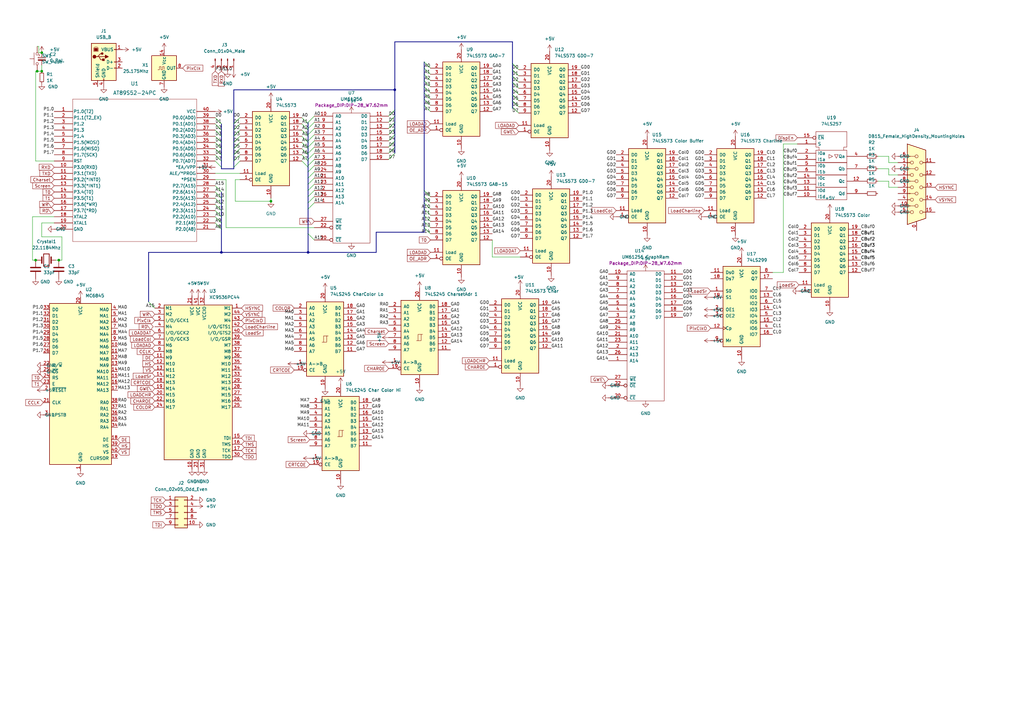
<source format=kicad_sch>
(kicad_sch (version 20211123) (generator eeschema)
  (paper "A3")
  (junction (at 111.125 82.55))
  (junction (at 161.925 36.83))
  (junction (at 14.605 106.68))
  (junction (at 17.145 21.59))
  (junction (at 15.24 29.21))
  (junction (at 24.13 106.68))
  (junction (at 90.805 103.505))
  (junction (at 126.365 103.505))
  (junction (at 17.145 29.21))
  (bus_entry (at 95.885 53.34) (size 2.54 -2.54))
  (bus_entry (at 95.885 50.8) (size 2.54 -2.54))
  (bus_entry (at 95.885 55.88) (size 2.54 -2.54))
  (bus_entry (at 95.885 58.42) (size 2.54 -2.54))
  (bus_entry (at 95.885 60.96) (size 2.54 -2.54))
  (bus_entry (at 95.885 63.5) (size 2.54 -2.54))
  (bus_entry (at 95.885 66.04) (size 2.54 -2.54))
  (bus_entry (at 159.385 65.405) (size 2.54 -2.54))
  (bus_entry (at 159.385 57.785) (size 2.54 -2.54))
  (bus_entry (at 159.385 47.625) (size 2.54 -2.54))
  (bus_entry (at 159.385 50.165) (size 2.54 -2.54))
  (bus_entry (at 159.385 60.325) (size 2.54 -2.54))
  (bus_entry (at 159.385 62.865) (size 2.54 -2.54))
  (bus_entry (at 159.385 52.705) (size 2.54 -2.54))
  (bus_entry (at 159.385 55.245) (size 2.54 -2.54))
  (bus_entry (at 123.825 53.34) (size 2.54 2.54))
  (bus_entry (at 123.825 66.04) (size 2.54 2.54))
  (bus_entry (at 123.825 60.96) (size 2.54 2.54))
  (bus_entry (at 123.825 63.5) (size 2.54 2.54))
  (bus_entry (at 123.825 58.42) (size 2.54 2.54))
  (bus_entry (at 123.825 55.88) (size 2.54 2.54))
  (bus_entry (at 123.825 50.8) (size 2.54 2.54))
  (bus_entry (at 173.99 43.18) (size 2.54 2.54))
  (bus_entry (at 95.885 68.58) (size 2.54 -2.54))
  (bus_entry (at 126.365 80.645) (size 2.54 -2.54))
  (bus_entry (at 126.365 85.725) (size 2.54 -2.54))
  (bus_entry (at 126.365 83.185) (size 2.54 -2.54))
  (bus_entry (at 126.365 73.025) (size 2.54 -2.54))
  (bus_entry (at 126.365 70.485) (size 2.54 -2.54))
  (bus_entry (at 126.365 75.565) (size 2.54 -2.54))
  (bus_entry (at 126.365 78.105) (size 2.54 -2.54))
  (bus_entry (at 126.365 67.945) (size 2.54 -2.54))
  (bus_entry (at 126.365 65.405) (size 2.54 -2.54))
  (bus_entry (at 123.825 48.26) (size 2.54 2.54))
  (bus_entry (at 88.265 58.42) (size 2.54 2.54))
  (bus_entry (at 88.265 55.88) (size 2.54 2.54))
  (bus_entry (at 88.265 48.26) (size 2.54 2.54))
  (bus_entry (at 88.265 50.8) (size 2.54 2.54))
  (bus_entry (at 88.265 53.34) (size 2.54 2.54))
  (bus_entry (at 88.265 63.5) (size 2.54 2.54))
  (bus_entry (at 88.265 60.96) (size 2.54 2.54))
  (bus_entry (at 210.185 26.035) (size 2.54 2.54))
  (bus_entry (at 210.185 28.575) (size 2.54 2.54))
  (bus_entry (at 210.185 31.115) (size 2.54 2.54))
  (bus_entry (at 210.185 33.655) (size 2.54 2.54))
  (bus_entry (at 210.185 38.735) (size 2.54 2.54))
  (bus_entry (at 210.185 36.195) (size 2.54 2.54))
  (bus_entry (at 210.185 41.275) (size 2.54 2.54))
  (bus_entry (at 210.185 43.815) (size 2.54 2.54))
  (bus_entry (at 126.365 95.885) (size 2.54 2.54))
  (bus_entry (at 88.265 66.04) (size 2.54 2.54))
  (bus_entry (at 88.265 76.2) (size 2.54 2.54))
  (bus_entry (at 88.265 78.74) (size 2.54 2.54))
  (bus_entry (at 60.96 123.825) (size 2.54 2.54))
  (bus_entry (at 128.905 50.165) (size -2.54 2.54))
  (bus_entry (at 128.905 55.245) (size -2.54 2.54))
  (bus_entry (at 128.905 52.705) (size -2.54 2.54))
  (bus_entry (at 128.905 60.325) (size -2.54 2.54))
  (bus_entry (at 128.905 57.785) (size -2.54 2.54))
  (bus_entry (at 128.905 47.625) (size -2.54 2.54))
  (bus_entry (at 88.265 86.36) (size 2.54 2.54))
  (bus_entry (at 88.265 88.9) (size 2.54 2.54))
  (bus_entry (at 88.265 91.44) (size 2.54 2.54))
  (bus_entry (at 88.265 81.28) (size 2.54 2.54))
  (bus_entry (at 88.265 83.82) (size 2.54 2.54))
  (bus_entry (at 173.99 83.185) (size 2.54 2.54))
  (bus_entry (at 173.99 85.725) (size 2.54 2.54))
  (bus_entry (at 173.99 93.345) (size 2.54 2.54))
  (bus_entry (at 173.99 78.105) (size 2.54 2.54))
  (bus_entry (at 173.99 80.645) (size 2.54 2.54))
  (bus_entry (at 173.99 88.265) (size 2.54 2.54))
  (bus_entry (at 173.99 90.805) (size 2.54 2.54))
  (bus_entry (at 173.99 30.48) (size 2.54 2.54))
  (bus_entry (at 173.99 27.94) (size 2.54 2.54))
  (bus_entry (at 173.99 25.4) (size 2.54 2.54))
  (bus_entry (at 173.99 40.64) (size 2.54 2.54))
  (bus_entry (at 173.99 38.1) (size 2.54 2.54))
  (bus_entry (at 173.99 35.56) (size 2.54 2.54))
  (bus_entry (at 173.99 33.02) (size 2.54 2.54))
  (wire (pts (xy 321.31 59.055) (xy 321.31 111.76)))
  (bus (pts (xy 173.99 78.105) (xy 173.99 80.645)))
  (bus (pts (xy 90.805 103.505) (xy 126.365 103.505)))
  (wire (pts (xy 321.31 111.76) (xy 316.865 111.76)))
  (bus (pts (xy 161.925 55.245) (xy 161.925 57.785)))
  (wire (pts (xy 15.24 29.21) (xy 17.145 29.21)))
  (bus (pts (xy 126.365 50.165) (xy 126.365 50.8)))
  (wire (pts (xy 15.24 19.05) (xy 15.875 19.05)))
  (bus (pts (xy 161.925 60.325) (xy 161.925 62.865)))
  (wire (pts (xy 364.49 66.675) (xy 368.3 66.675)))
  (wire (pts (xy 321.31 59.055) (xy 327.025 59.055)))
  (wire (pts (xy 364.49 76.835) (xy 368.3 76.835)))
  (wire (pts (xy 96.52 82.55) (xy 111.125 82.55)))
  (bus (pts (xy 173.99 30.48) (xy 173.99 33.02)))
  (bus (pts (xy 210.185 26.035) (xy 210.185 28.575)))
  (wire (pts (xy 92.71 73.66) (xy 92.71 93.345)))
  (bus (pts (xy 173.99 85.725) (xy 173.99 88.265)))
  (wire (pts (xy 88.265 73.66) (xy 92.71 73.66)))
  (bus (pts (xy 126.365 78.105) (xy 126.365 80.645)))
  (bus (pts (xy 173.99 27.94) (xy 173.99 30.48)))
  (bus (pts (xy 95.885 68.58) (xy 95.885 69.215)))
  (bus (pts (xy 173.99 83.185) (xy 173.99 85.725)))
  (wire (pts (xy 17.145 91.44) (xy 17.145 97.155)))
  (bus (pts (xy 95.885 58.42) (xy 95.885 60.96)))
  (bus (pts (xy 60.96 103.505) (xy 60.96 123.825)))
  (bus (pts (xy 90.805 83.82) (xy 90.805 86.36)))
  (wire (pts (xy 22.225 88.9) (xy 13.335 88.9)))
  (bus (pts (xy 210.185 28.575) (xy 210.185 31.115)))
  (bus (pts (xy 90.805 88.9) (xy 90.805 91.44)))
  (bus (pts (xy 173.99 25.4) (xy 173.99 27.94)))
  (bus (pts (xy 95.885 36.83) (xy 161.925 36.83)))
  (bus (pts (xy 154.305 95.25) (xy 173.99 95.25)))
  (bus (pts (xy 126.365 65.405) (xy 126.365 66.04)))
  (wire (pts (xy 92.71 93.345) (xy 128.905 93.345)))
  (bus (pts (xy 126.365 75.565) (xy 126.365 78.105)))
  (bus (pts (xy 126.365 68.58) (xy 126.365 70.485)))
  (bus (pts (xy 173.99 33.02) (xy 173.99 35.56)))
  (bus (pts (xy 126.365 85.725) (xy 126.365 95.885)))
  (wire (pts (xy 13.335 106.68) (xy 14.605 106.68)))
  (bus (pts (xy 173.99 38.1) (xy 173.99 40.64)))
  (bus (pts (xy 161.925 36.83) (xy 161.925 45.085)))
  (wire (pts (xy 25.4 97.155) (xy 25.4 106.68)))
  (bus (pts (xy 126.365 66.04) (xy 126.365 67.945)))
  (bus (pts (xy 60.96 103.505) (xy 90.805 103.505)))
  (wire (pts (xy 364.49 71.755) (xy 368.3 71.755)))
  (wire (pts (xy 360.045 69.215) (xy 364.49 69.215)))
  (bus (pts (xy 126.365 55.245) (xy 126.365 55.88)))
  (wire (pts (xy 17.145 29.21) (xy 17.145 26.67)))
  (bus (pts (xy 161.925 17.145) (xy 161.925 36.83)))
  (bus (pts (xy 161.925 45.085) (xy 161.925 47.625)))
  (bus (pts (xy 90.805 55.88) (xy 90.805 58.42)))
  (bus (pts (xy 95.885 53.34) (xy 95.885 55.88)))
  (bus (pts (xy 173.99 35.56) (xy 173.99 38.1)))
  (wire (pts (xy 17.145 97.155) (xy 25.4 97.155)))
  (bus (pts (xy 161.925 52.705) (xy 161.925 55.245)))
  (wire (pts (xy 96.52 73.66) (xy 96.52 82.55)))
  (bus (pts (xy 90.805 60.96) (xy 90.805 63.5)))
  (bus (pts (xy 90.805 50.8) (xy 90.805 53.34)))
  (bus (pts (xy 95.885 55.88) (xy 95.885 58.42)))
  (bus (pts (xy 161.925 50.165) (xy 161.925 52.705)))
  (bus (pts (xy 126.365 50.8) (xy 126.365 52.705)))
  (wire (pts (xy 25.4 106.68) (xy 24.13 106.68)))
  (bus (pts (xy 173.99 80.645) (xy 173.99 83.185)))
  (wire (pts (xy 201.93 98.425) (xy 201.93 105.41)))
  (wire (pts (xy 360.045 74.295) (xy 364.49 74.295)))
  (wire (pts (xy 14.605 106.68) (xy 15.24 106.68)))
  (bus (pts (xy 95.885 50.8) (xy 95.885 36.83)))
  (bus (pts (xy 126.365 80.645) (xy 126.365 83.185)))
  (bus (pts (xy 126.365 60.325) (xy 126.365 60.96)))
  (wire (pts (xy 14.605 29.21) (xy 14.605 66.04)))
  (wire (pts (xy 24.13 106.68) (xy 22.86 106.68)))
  (bus (pts (xy 90.805 53.34) (xy 90.805 55.88)))
  (wire (pts (xy 364.49 69.215) (xy 364.49 71.755)))
  (bus (pts (xy 90.805 91.44) (xy 90.805 93.98)))
  (bus (pts (xy 90.805 81.28) (xy 90.805 83.82)))
  (bus (pts (xy 126.365 95.885) (xy 126.365 103.505)))
  (bus (pts (xy 126.365 83.185) (xy 126.365 85.725)))
  (bus (pts (xy 210.185 43.815) (xy 210.185 44.45)))
  (bus (pts (xy 173.99 40.64) (xy 173.99 43.18)))
  (bus (pts (xy 161.925 47.625) (xy 161.925 50.165)))
  (bus (pts (xy 210.185 38.735) (xy 210.185 41.275)))
  (wire (pts (xy 88.265 71.12) (xy 98.425 71.12)))
  (bus (pts (xy 126.365 70.485) (xy 126.365 73.025)))
  (bus (pts (xy 95.885 50.8) (xy 95.885 53.34)))
  (bus (pts (xy 210.185 36.195) (xy 210.185 38.735)))
  (bus (pts (xy 210.185 41.275) (xy 210.185 43.815)))
  (bus (pts (xy 90.805 93.98) (xy 90.805 103.505)))
  (bus (pts (xy 126.365 52.705) (xy 126.365 53.34)))
  (bus (pts (xy 126.365 103.505) (xy 154.305 103.505)))
  (bus (pts (xy 90.805 66.04) (xy 90.805 68.58)))
  (wire (pts (xy 13.335 88.9) (xy 13.335 106.68)))
  (bus (pts (xy 90.805 68.58) (xy 90.805 69.215)))
  (bus (pts (xy 126.365 53.34) (xy 126.365 55.245)))
  (wire (pts (xy 14.605 29.21) (xy 15.24 29.21)))
  (bus (pts (xy 173.99 88.265) (xy 173.99 90.805)))
  (bus (pts (xy 126.365 63.5) (xy 126.365 65.405)))
  (bus (pts (xy 126.365 60.96) (xy 126.365 62.865)))
  (wire (pts (xy 15.875 21.59) (xy 17.145 21.59)))
  (bus (pts (xy 90.805 58.42) (xy 90.805 60.96)))
  (wire (pts (xy 360.045 64.135) (xy 364.49 64.135)))
  (bus (pts (xy 210.185 33.655) (xy 210.185 36.195)))
  (bus (pts (xy 126.365 67.945) (xy 126.365 68.58)))
  (bus (pts (xy 173.99 43.18) (xy 173.99 78.105)))
  (wire (pts (xy 364.49 64.135) (xy 364.49 66.675)))
  (bus (pts (xy 154.305 103.505) (xy 154.305 95.25)))
  (wire (pts (xy 111.125 82.55) (xy 111.125 81.28)))
  (bus (pts (xy 173.99 90.805) (xy 173.99 93.345)))
  (bus (pts (xy 90.805 63.5) (xy 90.805 66.04)))
  (bus (pts (xy 161.925 57.785) (xy 161.925 60.325)))
  (bus (pts (xy 126.365 62.865) (xy 126.365 63.5)))
  (bus (pts (xy 126.365 58.42) (xy 126.365 60.325)))
  (bus (pts (xy 126.365 57.785) (xy 126.365 58.42)))
  (bus (pts (xy 126.365 55.88) (xy 126.365 57.785)))
  (bus (pts (xy 95.885 63.5) (xy 95.885 66.04)))
  (bus (pts (xy 210.185 17.145) (xy 210.185 26.035)))
  (bus (pts (xy 210.185 31.115) (xy 210.185 33.655)))
  (wire (pts (xy 22.225 66.04) (xy 14.605 66.04)))
  (bus (pts (xy 161.925 17.145) (xy 210.185 17.145)))
  (bus (pts (xy 90.805 78.74) (xy 90.805 81.28)))
  (bus (pts (xy 95.885 66.04) (xy 95.885 68.58)))
  (bus (pts (xy 90.805 69.215) (xy 95.885 69.215)))
  (wire (pts (xy 15.875 19.05) (xy 15.875 21.59)))
  (bus (pts (xy 95.885 60.96) (xy 95.885 63.5)))
  (wire (pts (xy 98.425 73.66) (xy 96.52 73.66)))
  (bus (pts (xy 90.805 86.36) (xy 90.805 88.9)))
  (wire (pts (xy 22.225 91.44) (xy 17.145 91.44)))
  (bus (pts (xy 126.365 73.025) (xy 126.365 75.565)))
  (bus (pts (xy 173.99 93.345) (xy 173.99 95.25)))
  (wire (pts (xy 201.93 105.41) (xy 213.36 105.41)))
  (wire (pts (xy 364.49 74.295) (xy 364.49 76.835)))
  (label "A0" (at 176.53 27.94 180))
  (label "Col1" (at 327.66 96.52 180))
  (label "CBuf6" (at 353.06 109.22 0))
  (label "D0" (at 212.725 28.575 180))
  (label "GD1" (at 252.73 66.04 180))
  (label "GA8" (at 201.93 80.645 0))
  (label "D6" (at 159.385 62.865 0))
  (label "D6" (at 98.425 63.5 180))
  (label "GA13" (at 201.93 93.345 0))
  (label "A3" (at 128.905 55.245 0))
  (label "MA7" (at 48.26 144.78 0))
  (label "RA3" (at 159.385 133.35 180))
  (label "GA7" (at 146.05 144.145 0))
  (label "GA12" (at 201.93 90.805 0))
  (label "A3" (at 123.825 55.88 0))
  (label "Col0" (at 327.66 93.98 180))
  (label "GD0" (at 200.66 125.095 180))
  (label "GA7" (at 201.93 45.72 0))
  (label "D0" (at 98.425 48.26 180))
  (label "D3" (at 88.265 55.88 0))
  (label "GD0" (at 252.73 63.5 180))
  (label "D4" (at 88.265 58.42 0))
  (label "MA0" (at 120.65 128.905 180))
  (label "P1.6" (at 17.78 142.24 180))
  (label "CL0" (at 316.865 137.16 0))
  (label "A7" (at 123.825 66.04 0))
  (label "GD1" (at 288.925 66.04 180))
  (label "Col5" (at 278.13 76.2 0))
  (label "GD3" (at 238.125 36.195 0))
  (label "GA6" (at 201.93 43.18 0))
  (label "GD5" (at 288.925 76.2 180))
  (label "CBuf2" (at 353.06 99.06 0))
  (label "MA1" (at 120.65 131.445 180))
  (label "Col3" (at 278.13 71.12 0))
  (label "RA2" (at 159.385 130.81 180))
  (label "A6" (at 123.825 63.5 0))
  (label "A13" (at 128.905 80.645 0))
  (label "A0" (at 128.905 47.625 0))
  (label "A14" (at 128.905 83.185 0))
  (label "GA1" (at 146.05 128.905 0))
  (label "GD7" (at 280.035 130.175 0))
  (label "A12" (at 88.265 83.82 0))
  (label "GD5" (at 238.125 41.275 0))
  (label "D6" (at 88.265 63.5 0))
  (label "A7" (at 176.53 45.72 180))
  (label "D7" (at 212.725 46.355 180))
  (label "GD4" (at 280.035 122.555 0))
  (label "P1.4" (at 17.78 137.16 180))
  (label "A12" (at 176.53 90.805 180))
  (label "A13" (at 176.53 93.345 180))
  (label "GA0" (at 201.93 27.94 0))
  (label "Col1" (at 278.13 66.04 0))
  (label "MA9" (at 127 170.18 180))
  (label "GA11" (at 201.93 88.265 0))
  (label "GD3" (at 280.035 120.015 0))
  (label "P1.1" (at 238.76 82.55 0))
  (label "A12" (at 128.905 78.105 0))
  (label "D3" (at 98.425 55.88 180))
  (label "GD4" (at 200.66 135.255 180))
  (label "Col7" (at 278.13 81.28 0))
  (label "GA9" (at 201.93 83.185 0))
  (label "A2" (at 123.825 53.34 0))
  (label "GA14" (at 249.555 147.955 180))
  (label "GD0" (at 288.925 63.5 180))
  (label "GD4" (at 213.36 90.17 180))
  (label "CBuf3" (at 353.06 101.6 0))
  (label "GA11" (at 226.06 142.875 0))
  (label "GA6" (at 146.05 141.605 0))
  (label "D5" (at 88.265 60.96 0))
  (label "GD7" (at 252.73 81.28 180))
  (label "A8" (at 176.53 80.645 180))
  (label "P1.3" (at 22.225 53.34 180))
  (label "GD5" (at 200.66 137.795 180))
  (label "GA1" (at 184.785 128.27 0))
  (label "CL5" (at 316.865 124.46 0))
  (label "Col4" (at 327.66 104.14 180))
  (label "A15" (at 128.905 98.425 0))
  (label "A4" (at 128.905 57.785 0))
  (label "GD2" (at 288.925 68.58 180))
  (label "GA11" (at 152.4 172.72 0))
  (label "D1" (at 212.725 31.115 180))
  (label "MA12" (at 48.26 157.48 0))
  (label "GA14" (at 201.93 95.885 0))
  (label "MA3" (at 120.65 136.525 180))
  (label "GA3" (at 249.555 120.015 180))
  (label "CBuf1" (at 353.06 96.52 0))
  (label "P1.2" (at 17.78 132.08 180))
  (label "CL7" (at 314.325 81.28 0))
  (label "CL0" (at 314.325 63.5 0))
  (label "P1.5" (at 17.78 139.7 180))
  (label "P1.0" (at 22.225 45.72 180))
  (label "A11" (at 88.265 86.36 0))
  (label "MA1" (at 48.26 129.54 0))
  (label "Col2" (at 327.66 99.06 180))
  (label "CBuf4" (at 327.025 65.405 180))
  (label "GA1" (at 249.555 114.935 180))
  (label "CL4" (at 316.865 127 0))
  (label "CBuf1" (at 353.06 96.52 0))
  (label "GA3" (at 146.05 133.985 0))
  (label "GD7" (at 288.925 81.28 180))
  (label "GA6" (at 226.06 130.175 0))
  (label "D7" (at 159.385 65.405 0))
  (label "P1.7" (at 22.225 63.5 180))
  (label "CL2" (at 316.865 132.08 0))
  (label "GA10" (at 152.4 170.18 0))
  (label "GD0" (at 280.035 112.395 0))
  (label "D4" (at 98.425 58.42 180))
  (label "Col2" (at 278.13 68.58 0))
  (label "GA10" (at 226.06 140.335 0))
  (label "P1.4" (at 238.76 90.17 0))
  (label "A15" (at 88.265 76.2 0))
  (label "MA10" (at 48.26 152.4 0))
  (label "P1.0" (at 238.76 80.01 0))
  (label "GD7" (at 213.36 97.79 180))
  (label "A11" (at 128.905 75.565 0))
  (label "MA0" (at 48.26 127 0))
  (label "GA4" (at 226.06 125.095 0))
  (label "GD6" (at 213.36 95.25 180))
  (label "GA3" (at 201.93 35.56 0))
  (label "A4" (at 123.825 58.42 0))
  (label "GA14" (at 152.4 180.34 0))
  (label "GD6" (at 252.73 78.74 180))
  (label "GD1" (at 200.66 127.635 180))
  (label "D6" (at 212.725 43.815 180))
  (label "P1.5" (at 238.76 92.71 0))
  (label "GA7" (at 226.06 132.715 0))
  (label "CBuf7" (at 327.025 80.645 180))
  (label "D0" (at 159.385 47.625 0))
  (label "MA13" (at 48.26 160.02 0))
  (label "GA8" (at 226.06 135.255 0))
  (label "GD2" (at 213.36 85.09 180))
  (label "CL7" (at 316.865 119.38 0))
  (label "D5" (at 159.385 60.325 0))
  (label "GA9" (at 152.4 167.64 0))
  (label "A14" (at 88.265 78.74 0))
  (label "A14" (at 176.53 95.885 180))
  (label "GD3" (at 288.925 71.12 180))
  (label "CL3" (at 316.865 129.54 0))
  (label "MA8" (at 48.26 147.32 0))
  (label "A6" (at 128.905 62.865 0))
  (label "D1" (at 98.425 50.8 180))
  (label "Col4" (at 278.13 73.66 0))
  (label "A10" (at 88.265 88.9 0))
  (label "D3" (at 159.385 55.245 0))
  (label "RA3" (at 48.26 172.72 0))
  (label "A13" (at 88.265 81.28 0))
  (label "D2" (at 159.385 52.705 0))
  (label "GD1" (at 238.125 31.115 0))
  (label "GA2" (at 201.93 33.02 0))
  (label "GA12" (at 152.4 175.26 0))
  (label "MA4" (at 48.26 137.16 0))
  (label "D0" (at 88.265 48.26 0))
  (label "Col6" (at 327.66 109.22 180))
  (label "A6" (at 176.53 43.18 180))
  (label "MA6" (at 120.65 144.145 180))
  (label "D4" (at 159.385 57.785 0))
  (label "CL6" (at 316.865 121.92 0))
  (label "P1.6" (at 22.225 60.96 180))
  (label "D3" (at 212.725 36.195 180))
  (label "A5" (at 128.905 60.325 0))
  (label "GA0" (at 249.555 112.395 180))
  (label "GA6" (at 249.555 127.635 180))
  (label "P3.1" (at 88.265 29.21 0))
  (label "GA0" (at 146.05 126.365 0))
  (label "CL3" (at 314.325 71.12 0))
  (label "A3" (at 176.53 35.56 180))
  (label "MA11" (at 127 175.26 180))
  (label "RA4" (at 48.26 175.26 0))
  (label "GD6" (at 288.925 78.74 180))
  (label "GD2" (at 200.66 130.175 180))
  (label "P1.7" (at 17.78 144.78 180))
  (label "CL1" (at 316.865 134.62 0))
  (label "GA10" (at 201.93 85.725 0))
  (label "GD0" (at 238.125 28.575 0))
  (label "GD4" (at 288.925 73.66 180))
  (label "GD1" (at 213.36 82.55 180))
  (label "CBuf3" (at 353.06 101.6 0))
  (label "P1.5" (at 22.225 58.42 180))
  (label "MA7" (at 127 165.1 180))
  (label "CBuf5" (at 327.025 70.485 180))
  (label "GD3" (at 213.36 87.63 180))
  (label "A7" (at 128.905 65.405 0))
  (label "GA13" (at 184.785 138.43 0))
  (label "P1.1" (at 22.225 48.26 180))
  (label "MA4" (at 120.65 139.065 180))
  (label "CBuf4" (at 353.06 104.14 0))
  (label "GA3" (at 184.785 133.35 0))
  (label "D5" (at 98.425 60.96 180))
  (label "CBuf3" (at 327.025 78.105 180))
  (label "GD3" (at 200.66 132.715 180))
  (label "GA5" (at 249.555 125.095 180))
  (label "D7" (at 98.425 66.04 180))
  (label "A1" (at 176.53 30.48 180))
  (label "A5" (at 176.53 40.64 180))
  (label "CL1" (at 314.325 66.04 0))
  (label "A8" (at 88.265 93.98 0))
  (label "CL5" (at 314.325 76.2 0))
  (label "CBuf7" (at 353.06 111.76 0))
  (label "D2" (at 88.265 53.34 0))
  (label "GD1" (at 280.035 114.935 0))
  (label "MA8" (at 127 167.64 180))
  (label "D7" (at 88.265 66.04 0))
  (label "P1.3" (at 238.76 87.63 0))
  (label "MA3" (at 48.26 134.62 0))
  (label "P1.2" (at 22.225 50.8 180))
  (label "CBuf0" (at 353.06 93.98 0))
  (label "MA10" (at 127 172.72 180))
  (label "GA7" (at 249.555 130.175 180))
  (label "GA0" (at 184.785 125.73 0))
  (label "P3.0" (at 90.805 29.21 0))
  (label "GA4" (at 249.555 122.555 180))
  (label "CBuf5" (at 353.06 106.68 0))
  (label "MA5" (at 48.26 139.7 0))
  (label "CBuf1" (at 327.025 67.945 180))
  (label "GA11" (at 249.555 140.335 180))
  (label "GA14" (at 184.785 140.97 0))
  (label "Col7" (at 327.66 111.76 180))
  (label "A9" (at 176.53 83.185 180))
  (label "D1" (at 159.385 50.165 0))
  (label "P1.1" (at 17.78 129.54 180))
  (label "MA2" (at 48.26 132.08 0))
  (label "GD4" (at 238.125 38.735 0))
  (label "CBuf2" (at 327.025 73.025 180))
  (label "GA2" (at 249.555 117.475 180))
  (label "Col3" (at 327.66 101.6 180))
  (label "GD6" (at 280.035 127.635 0))
  (label "GA2" (at 146.05 131.445 0))
  (label "P1.6" (at 238.76 95.25 0))
  (label "D2" (at 98.425 53.34 180))
  (label "GD5" (at 280.035 125.095 0))
  (label "CBuf5" (at 353.06 106.68 0))
  (label "GA8" (at 152.4 165.1 0))
  (label "MA2" (at 120.65 133.985 180))
  (label "CBuf6" (at 327.025 75.565 180))
  (label "GD2" (at 280.035 117.475 0))
  (label "A9" (at 88.265 91.44 0))
  (label "GD7" (at 200.66 142.875 180))
  (label "MA11" (at 48.26 154.94 0))
  (label "GA13" (at 152.4 177.8 0))
  (label "A2" (at 128.905 52.705 0))
  (label "P1.4" (at 22.225 55.88 180))
  (label "A15" (at 63.5 126.365 180))
  (label "GA12" (at 184.785 135.89 0))
  (label "D2" (at 212.725 33.655 180))
  (label "RA1" (at 159.385 128.27 180))
  (label "GA8" (at 249.555 132.715 180))
  (label "RA1" (at 48.26 167.64 0))
  (label "A5" (at 123.825 60.96 0))
  (label "CBuf0" (at 327.025 62.865 180))
  (label "Col0" (at 278.13 63.5 0))
  (label "A8" (at 128.905 67.945 0))
  (label "GA9" (at 226.06 137.795 0))
  (label "A10" (at 176.53 85.725 180))
  (label "GD6" (at 238.125 43.815 0))
  (label "CBuf4" (at 353.06 104.14 0))
  (label "GA1" (at 201.93 30.48 0))
  (label "GD0" (at 213.36 80.01 180))
  (label "GA2" (at 184.785 130.81 0))
  (label "GA5" (at 201.93 40.64 0))
  (label "GD2" (at 238.125 33.655 0))
  (label "P1.2" (at 238.76 85.09 0))
  (label "GA13" (at 249.555 145.415 180))
  (label "GA9" (at 249.555 135.255 180))
  (label "P1.7" (at 238.76 97.79 0))
  (label "RA0" (at 159.385 125.73 180))
  (label "RA2" (at 48.26 170.18 0))
  (label "A4" (at 176.53 38.1 180))
  (label "Col6" (at 278.13 78.74 0))
  (label "CBuf2" (at 353.06 99.06 0))
  (label "GA10" (at 249.555 137.795 180))
  (label "GA5" (at 226.06 127.635 0))
  (label "Col5" (at 327.66 106.68 180))
  (label "MA5" (at 120.65 141.605 180))
  (label "RA0" (at 48.26 165.1 0))
  (label "GD3" (at 252.73 71.12 180))
  (label "P1.0" (at 17.78 127 180))
  (label "P1.3" (at 17.78 134.62 180))
  (label "GD4" (at 252.73 73.66 180))
  (label "A10" (at 128.905 73.025 0))
  (label "D4" (at 212.725 38.735 180))
  (label "GA5" (at 146.05 139.065 0))
  (label "A1" (at 128.905 50.165 0))
  (label "MA6" (at 48.26 142.24 0))
  (label "A0" (at 123.825 48.26 0))
  (label "A2" (at 176.53 33.02 180))
  (label "GD6" (at 200.66 140.335 180))
  (label "CL6" (at 314.325 78.74 0))
  (label "D1" (at 88.265 50.8 0))
  (label "GD5" (at 252.73 76.2 180))
  (label "MA9" (at 48.26 149.86 0))
  (label "GD2" (at 252.73 68.58 180))
  (label "GD5" (at 213.36 92.71 180))
  (label "A9" (at 128.905 70.485 0))
  (label "A11" (at 176.53 88.265 180))
  (label "CL2" (at 314.325 68.58 0))
  (label "GD7" (at 238.125 46.355 0))
  (label "A1" (at 123.825 50.8 0))
  (label "GA12" (at 249.555 142.875 180))
  (label "GA4" (at 201.93 38.1 0))
  (label "D5" (at 212.725 41.275 180))
  (label "GA4" (at 146.05 136.525 0))
  (label "CL4" (at 314.325 73.66 0))
  (global_label "LoadCol" (shape input) (at 252.73 86.36 180) (property "Intersheet References" "${INTERSHEET_REFS}" (effects hide)))
  (global_label "TDO" (shape input) (at 67.945 207.645 180) (property "Intersheet References" "${INTERSHEET_REFS}" (effects hide)))
  (global_label "T0" (shape input) (at 17.78 154.94 180) (property "Intersheet References" "${INTERSHEET_REFS}" (effects hide)))
  (global_label "PixClkO" (shape input) (at 291.465 134.62 180) (property "Intersheet References" "${INTERSHEET_REFS}" (effects hide)))
  (global_label "CHAROE" (shape input) (at 200.66 150.495 180) (property "Intersheet References" "${INTERSHEET_REFS}" (effects hide)))
  (global_label "WR\\" (shape input) (at 22.225 83.82 180) (property "Intersheet References" "${INTERSHEET_REFS}" (effects hide)))
  (global_label "HSYNC" (shape input) (at 99.06 126.365 0) (property "Intersheet References" "${INTERSHEET_REFS}" (effects hide)))
  (global_label "LoadSr" (shape input) (at 63.5 154.305 180) (property "Intersheet References" "${INTERSHEET_REFS}" (effects hide)))
  (global_label "TXD" (shape input) (at 22.225 71.12 180) (property "Intersheet References" "${INTERSHEET_REFS}" (effects hide)))
  (global_label "TCK" (shape input) (at 99.06 184.785 0) (property "Intersheet References" "${INTERSHEET_REFS}" (effects hide)))
  (global_label "DE" (shape input) (at 48.26 180.34 0) (property "Intersheet References" "${INTERSHEET_REFS}" (effects hide)))
  (global_label "LOADAD" (shape input) (at 176.53 103.505 180) (property "Intersheet References" "${INTERSHEET_REFS}" (effects hide)))
  (global_label "T1" (shape input) (at 22.225 81.28 180) (property "Intersheet References" "${INTERSHEET_REFS}" (effects hide)))
  (global_label "T0" (shape input) (at 176.53 98.425 180) (property "Intersheet References" "${INTERSHEET_REFS}" (effects hide)))
  (global_label "LOADCHR" (shape input) (at 200.66 147.955 180) (property "Intersheet References" "${INTERSHEET_REFS}" (effects hide)))
  (global_label "CHAROE" (shape input) (at 63.5 164.465 180) (property "Intersheet References" "${INTERSHEET_REFS}" (effects hide)))
  (global_label "LOADAD" (shape input) (at 176.53 50.8 180) (property "Intersheet References" "${INTERSHEET_REFS}" (effects hide)))
  (global_label "CRTCOE" (shape input) (at 120.65 151.765 180) (property "Intersheet References" "${INTERSHEET_REFS}" (effects hide)))
  (global_label "LOADCHR" (shape input) (at 63.5 161.925 180) (property "Intersheet References" "${INTERSHEET_REFS}" (effects hide)))
  (global_label "TMS" (shape input) (at 99.06 182.245 0) (property "Intersheet References" "${INTERSHEET_REFS}" (effects hide)))
  (global_label "PixClk" (shape input) (at 63.5 131.445 180) (property "Intersheet References" "${INTERSHEET_REFS}" (effects hide)))
  (global_label "PixClkO" (shape input) (at 99.06 131.445 0) (property "Intersheet References" "${INTERSHEET_REFS}" (effects hide)))
  (global_label "CCLK" (shape input) (at 17.78 165.1 180) (property "Intersheet References" "${INTERSHEET_REFS}" (effects hide)))
  (global_label "CRTCOE" (shape input) (at 127 190.5 180) (property "Intersheet References" "${INTERSHEET_REFS}" (effects hide)))
  (global_label "TCK" (shape input) (at 67.945 205.105 180) (property "Intersheet References" "${INTERSHEET_REFS}" (effects hide)))
  (global_label "LoadCharline" (shape input) (at 99.06 133.985 0) (property "Intersheet References" "${INTERSHEET_REFS}" (effects hide)))
  (global_label "VS" (shape input) (at 48.26 185.42 0) (property "Intersheet References" "${INTERSHEET_REFS}" (effects hide)))
  (global_label "HS" (shape input) (at 63.5 149.225 180) (property "Intersheet References" "${INTERSHEET_REFS}" (effects hide)))
  (global_label "WR\\" (shape input) (at 128.905 90.805 180) (property "Intersheet References" "${INTERSHEET_REFS}" (effects hide)))
  (global_label "RD\\" (shape input) (at 22.225 86.36 180) (property "Intersheet References" "${INTERSHEET_REFS}" (effects hide)))
  (global_label "PixClk" (shape input) (at 74.93 27.94 0) (property "Intersheet References" "${INTERSHEET_REFS}" (effects hide)))
  (global_label "OE_ADR" (shape input) (at 176.53 106.045 180) (property "Intersheet References" "${INTERSHEET_REFS}" (effects hide)))
  (global_label "LoadSr" (shape input) (at 327.66 116.84 180) (property "Intersheet References" "${INTERSHEET_REFS}" (effects hide)))
  (global_label "LOADAD" (shape input) (at 212.725 51.435 180) (property "Intersheet References" "${INTERSHEET_REFS}" (effects hide)))
  (global_label "LoadCol" (shape input) (at 63.5 139.065 180) (property "Intersheet References" "${INTERSHEET_REFS}" (effects hide)))
  (global_label "WR\\" (shape input) (at 63.5 128.905 180) (property "Intersheet References" "${INTERSHEET_REFS}" (effects hide)))
  (global_label "DE" (shape input) (at 63.5 146.685 180) (property "Intersheet References" "${INTERSHEET_REFS}" (effects hide)))
  (global_label "LOADDAT" (shape input) (at 63.5 136.525 180) (property "Intersheet References" "${INTERSHEET_REFS}" (effects hide)))
  (global_label "LoadSr" (shape input) (at 99.06 136.525 0) (property "Intersheet References" "${INTERSHEET_REFS}" (effects hide)))
  (global_label "CHAROE" (shape input) (at 159.385 151.13 180) (property "Intersheet References" "${INTERSHEET_REFS}" (effects hide)))
  (global_label "LOADAD" (shape input) (at 63.5 141.605 180) (property "Intersheet References" "${INTERSHEET_REFS}" (effects hide)))
  (global_label "TDI" (shape input) (at 67.945 215.265 180) (property "Intersheet References" "${INTERSHEET_REFS}" (effects hide)))
  (global_label "HSYNC" (shape input) (at 383.54 76.835 0) (property "Intersheet References" "${INTERSHEET_REFS}" (effects hide)))
  (global_label "VS" (shape input) (at 63.5 151.765 180) (property "Intersheet References" "${INTERSHEET_REFS}" (effects hide)))
  (global_label "COLOR" (shape input) (at 63.5 167.005 180) (property "Intersheet References" "${INTERSHEET_REFS}" (effects hide)))
  (global_label "VSYNC" (shape input) (at 383.54 81.915 0) (property "Intersheet References" "${INTERSHEET_REFS}" (effects hide)))
  (global_label "RXD" (shape input) (at 22.225 68.58 180) (property "Intersheet References" "${INTERSHEET_REFS}" (effects hide)))
  (global_label "RXD" (shape input) (at 90.805 29.21 270) (property "Intersheet References" "${INTERSHEET_REFS}" (effects hide)))
  (global_label "HS" (shape input) (at 48.26 182.88 0) (property "Intersheet References" "${INTERSHEET_REFS}" (effects hide)))
  (global_label "Charset" (shape input) (at 159.385 135.89 180) (property "Intersheet References" "${INTERSHEET_REFS}" (effects hide)))
  (global_label "T0" (shape input) (at 22.225 78.74 180) (property "Intersheet References" "${INTERSHEET_REFS}" (effects hide)))
  (global_label "GWE\\" (shape input) (at 249.555 155.575 180) (property "Intersheet References" "${INTERSHEET_REFS}" (effects hide)))
  (global_label "TMS" (shape input) (at 67.945 210.185 180) (property "Intersheet References" "${INTERSHEET_REFS}" (effects hide)))
  (global_label "OE_ADR" (shape input) (at 176.53 53.34 180) (property "Intersheet References" "${INTERSHEET_REFS}" (effects hide)))
  (global_label "LoadSr" (shape input) (at 291.465 119.38 180) (property "Intersheet References" "${INTERSHEET_REFS}" (effects hide)))
  (global_label "GWE\\" (shape input) (at 63.5 159.385 180) (property "Intersheet References" "${INTERSHEET_REFS}" (effects hide)))
  (global_label "LoadCharline" (shape input) (at 288.925 86.36 180) (property "Intersheet References" "${INTERSHEET_REFS}" (effects hide)))
  (global_label "Charset" (shape input) (at 22.225 73.66 180) (property "Intersheet References" "${INTERSHEET_REFS}" (effects hide)))
  (global_label "LOADDAT" (shape input) (at 213.36 102.87 180) (property "Intersheet References" "${INTERSHEET_REFS}" (effects hide)))
  (global_label "TDI" (shape input) (at 99.06 179.705 0) (property "Intersheet References" "${INTERSHEET_REFS}" (effects hide)))
  (global_label "T1" (shape input) (at 17.78 157.48 180) (property "Intersheet References" "${INTERSHEET_REFS}" (effects hide)))
  (global_label "DispEn" (shape input) (at 327.025 56.515 180) (property "Intersheet References" "${INTERSHEET_REFS}" (effects hide)))
  (global_label "GWE\\" (shape input) (at 212.725 53.975 180) (property "Intersheet References" "${INTERSHEET_REFS}" (effects hide)))
  (global_label "VSYNC" (shape input) (at 99.06 128.905 0) (property "Intersheet References" "${INTERSHEET_REFS}" (effects hide)))
  (global_label "CCLK" (shape input) (at 63.5 144.145 180) (property "Intersheet References" "${INTERSHEET_REFS}" (effects hide)))
  (global_label "Screen" (shape input) (at 22.225 76.2 180) (property "Intersheet References" "${INTERSHEET_REFS}" (effects hide)))
  (global_label "TXD" (shape input) (at 88.265 29.21 270) (property "Intersheet References" "${INTERSHEET_REFS}" (effects hide)))
  (global_label "CRTCOE" (shape input) (at 63.5 156.845 180) (property "Intersheet References" "${INTERSHEET_REFS}" (effects hide)))
  (global_label "Screen" (shape input) (at 127 180.34 180) (property "Intersheet References" "${INTERSHEET_REFS}" (effects hide)))
  (global_label "Screen" (shape input) (at 159.385 140.97 180) (property "Intersheet References" "${INTERSHEET_REFS}" (effects hide)))
  (global_label "COLOR" (shape input) (at 120.65 126.365 180) (property "Intersheet References" "${INTERSHEET_REFS}" (effects hide)))
  (global_label "RD\\" (shape input) (at 62.865 133.985 180) (property "Intersheet References" "${INTERSHEET_REFS}" (effects hide)))
  (global_label "TDO" (shape input) (at 99.06 187.325 0) (property "Intersheet References" "${INTERSHEET_REFS}" (effects hide)))
  (symbol (lib_id "power:GND") (at 111.125 82.55 0) (unit 1)
    (property "Reference" "#PWR030" (effects hide))
    (property "Value" "GND" (at 111.125 87.63 0))
  )
  (symbol (lib_id "Device:R_Small") (at 17.145 31.75 0) (unit 1)
    (property "Reference" "R1" (at 19.05 30.4799 0) (effects (justify left)))
    (property "Value" "1K" (at 19.05 33.0199 0) (effects (justify left)))
    (property "Footprint" "Resistor_THT:R_Axial_DIN0204_L3.6mm_D1.6mm_P1.90mm_Vertical" (effects hide))
  )
  (symbol (lib_id "power:+5V") (at 301.625 55.88 0) (unit 1)
    (property "Reference" "#PWR066" (effects hide))
    (property "Value" "+5V" (at 301.625 50.8 0))
  )
  (symbol (lib_id "CPLD_Xilinx:XC9536PC44") (at 81.28 156.845 0) (unit 1)
    (property "Reference" "U3" (at 85.8394 119.38 0) (effects (justify left)))
    (property "Value" "XC9536PC44" (at 85.8394 121.92 0) (effects (justify left)))
    (property "Footprint" "Package_LCC:PLCC-44_THT-Socket" (effects hide))
    (property "Datasheet" "xilinx/xc9536.pdf" (effects hide))
  )
  (symbol (lib_id "power:+5V") (at 265.43 55.88 0) (unit 1)
    (property "Reference" "#PWR059" (effects hide))
    (property "Value" "+5V" (at 265.43 50.8 0))
  )
  (symbol (lib_id "power:GND") (at 42.545 35.56 0) (unit 1)
    (property "Reference" "#PWR012" (effects hide))
    (property "Value" "GND" (at 42.545 40.64 0))
  )
  (symbol (lib_id "Device:R_Small") (at 357.505 74.295 90) (unit 1)
    (property "Reference" "R4" (at 357.505 68.58 90))
    (property "Value" "1K" (at 357.505 71.12 90))
    (property "Footprint" "Resistor_THT:R_Axial_DIN0204_L3.6mm_D1.6mm_P1.90mm_Vertical" (effects hide))
  )
  (symbol (lib_id "power:GND") (at 17.78 170.18 270) (unit 1)
    (property "Reference" "#PWR07" (effects hide))
    (property "Value" "GND" (at 18.415 170.1799 90) (effects (justify left)))
  )
  (symbol (lib_id "power:GND") (at 368.3 84.455 270) (unit 1)
    (property "Reference" "#PWR076" (effects hide))
    (property "Value" "GND" (at 368.935 84.4549 90) (effects (justify left)))
  )
  (symbol (lib_id "power:GND") (at 78.74 192.405 0) (unit 1)
    (property "Reference" "#PWR017" (effects hide))
    (property "Value" "GND" (at 78.74 197.485 0))
  )
  (symbol (lib_id "power:+5V") (at 172.085 118.11 0) (unit 1)
    (property "Reference" "#PWR042" (effects hide))
    (property "Value" "+5V" (at 172.085 113.03 0))
  )
  (symbol (lib_id "power:+5V") (at 291.465 139.7 90) (unit 1)
    (property "Reference" "#PWR065" (effects hide))
    (property "Value" "+5V" (at 292.1 139.6999 90) (effects (justify right)))
  )
  (symbol (lib_id "power:+5V") (at 67.31 20.32 0) (unit 1)
    (property "Reference" "#PWR014" (effects hide))
    (property "Value" "+5V" (at 67.31 15.24 0))
  )
  (symbol (lib_id "74xx:74LS573") (at 226.06 92.71 0) (unit 1)
    (property "Reference" "U13" (at 228.0794 71.755 0) (effects (justify left)))
    (property "Value" "74LS573 GD0-7" (at 228.0794 74.295 0) (effects (justify left)))
    (property "Footprint" "Package_DIP:DIP-20_W7.62mm" (effects hide))
    (property "Datasheet" "74xx/74hc573.pdf" (effects hide))
  )
  (symbol (lib_id "Connector:USB_B") (at 42.545 25.4 0) (unit 1)
    (property "Reference" "J1" (at 42.545 12.7 0))
    (property "Value" "USB_B" (at 42.545 15.24 0))
    (property "Footprint" "Connector_USB:USB_B_Lumberg_2411_02_Horizontal" (effects hide))
    (property "Datasheet" " ~" (effects hide))
  )
  (symbol (lib_id "74xx:74LS573") (at 225.425 41.275 0) (unit 1)
    (property "Reference" "U12" (at 227.4444 20.32 0) (effects (justify left)))
    (property "Value" "74LS573 GD0-7" (at 227.4444 22.86 0) (effects (justify left)))
    (property "Footprint" "Package_DIP:DIP-20_W7.62mm" (effects hide))
    (property "Datasheet" "74xx/74hc573.pdf" (effects hide))
  )
  (symbol (lib_id "power:GND") (at 213.36 158.115 0) (unit 1)
    (property "Reference" "#PWR049" (effects hide))
    (property "Value" "GND" (at 213.36 163.195 0))
  )
  (symbol (lib_id "power:+5V") (at 95.885 29.21 180) (unit 1)
    (property "Reference" "#PWR028" (effects hide))
    (property "Value" "+5V" (at 98.425 30.4799 0) (effects (justify right)))
  )
  (symbol (lib_id "Connector_Generic:Conn_02x05_Odd_Even") (at 73.025 210.185 0) (unit 1)
    (property "Reference" "J2" (at 74.295 198.12 0))
    (property "Value" "Conn_02x05_Odd_Even" (at 74.295 200.66 0))
    (property "Footprint" "Connector_PinHeader_2.54mm:PinHeader_2x05_P2.54mm_Vertical" (effects hide))
  )
  (symbol (lib_id "Device:R_Small") (at 357.505 64.135 90) (unit 1)
    (property "Reference" "R2" (at 357.505 58.42 90))
    (property "Value" "1K" (at 357.505 60.96 90))
    (property "Footprint" "Resistor_THT:R_Axial_DIN0204_L3.6mm_D1.6mm_P1.90mm_Vertical" (effects hide))
  )
  (symbol (lib_id "power:GND") (at 249.555 163.195 270) (unit 1)
    (property "Reference" "#PWR055" (effects hide))
    (property "Value" "GND" (at 250.19 163.1949 90) (effects (justify left)))
  )
  (symbol (lib_id "power:GND") (at 81.28 192.405 0) (unit 1)
    (property "Reference" "#PWR022" (effects hide))
    (property "Value" "GND" (at 81.28 197.485 0))
  )
  (symbol (lib_id "power:+5V") (at 291.465 121.92 90) (unit 1)
    (property "Reference" "#PWR062" (effects hide))
    (property "Value" "+5V" (at 292.1 121.9199 90) (effects (justify right)))
  )
  (symbol (lib_id "cbm-steve:UM61256") (at 144.145 70.485 0) (unit 1)
    (property "Reference" "U7" (at 144.145 38.1 0))
    (property "Value" "UM61256" (at 144.145 40.64 0))
    (property "Footprint" "Package_DIP:DIP-28_W7.62mm" (at 144.145 43.18 0))
  )
  (symbol (lib_id "74xx_IEEE:74LS257") (at 340.995 67.945 0) (unit 1)
    (property "Reference" "U19" (at 340.995 48.26 0))
    (property "Value" "74LS257" (at 340.995 50.8 0))
    (property "Footprint" "Package_DIP:DIP-16_W7.62mm" (effects hide))
  )
  (symbol (lib_id "power:GND") (at 133.35 159.385 0) (unit 1)
    (property "Reference" "#PWR035" (effects hide))
    (property "Value" "GND" (at 133.35 164.465 0))
  )
  (symbol (lib_id "power:GND") (at 327.66 119.38 270) (unit 1)
    (property "Reference" "#PWR070" (effects hide))
    (property "Value" "GND" (at 328.295 119.3799 90) (effects (justify left)))
  )
  (symbol (lib_id "power:+5V") (at 78.74 121.285 0) (unit 1)
    (property "Reference" "#PWR016" (effects hide))
    (property "Value" "+5V" (at 78.74 116.205 0))
  )
  (symbol (lib_id "cbm-steve:UM61256") (at 264.795 135.255 0) (unit 1)
    (property "Reference" "U14" (at 262.255 102.87 0))
    (property "Value" "UM61256 GraphRam" (at 264.795 105.41 0))
    (property "Footprint" "Package_DIP:DIP-28_W7.62mm" (at 264.795 107.95 0))
  )
  (symbol (lib_id "74xx:74LS573") (at 265.43 76.2 0) (unit 1)
    (property "Reference" "U15" (at 267.4494 55.245 0) (effects (justify left)))
    (property "Value" "74LS573 Color Buffer" (at 267.4494 57.785 0) (effects (justify left)))
    (property "Footprint" "Package_DIP:DIP-20_W7.62mm" (effects hide))
    (property "Datasheet" "74xx/74hc573.pdf" (effects hide))
  )
  (symbol (lib_id "Device:C") (at 14.605 110.49 0) (unit 1)
    (property "Reference" "C1" (at 17.78 109.2199 0) (effects (justify left)))
    (property "Value" "33pF" (at 17.78 111.7599 0) (effects (justify left)))
    (property "Footprint" "Connector_PinHeader_2.54mm:PinHeader_1x02_P2.54mm_Vertical" (effects hide))
  )
  (symbol (lib_id "power:GND") (at 252.73 88.9 270) (unit 1)
    (property "Reference" "#PWR056" (effects hide))
    (property "Value" "GND" (at 254 88.8999 90) (effects (justify left)))
  )
  (symbol (lib_id "74xx:74LS245") (at 139.7 177.8 0) (unit 1)
    (property "Reference" "U6" (at 141.7194 157.48 0) (effects (justify left)))
    (property "Value" "74LS245 Char Color Hi" (at 141.7194 160.02 0) (effects (justify left)))
    (property "Footprint" "Package_DIP:DIP-20_W7.62mm" (effects hide))
    (property "Datasheet" "http://www.ti.com/lit/gpn/sn74LS245" (effects hide))
  )
  (symbol (lib_id "power:+5V") (at 304.165 104.14 0) (unit 1)
    (property "Reference" "#PWR068" (effects hide))
    (property "Value" "+5V" (at 304.165 99.06 0))
  )
  (symbol (lib_id "power:GND") (at 189.23 113.665 0) (unit 1)
    (property "Reference" "#PWR047" (effects hide))
    (property "Value" "GND" (at 189.23 118.745 0))
  )
  (symbol (lib_id "power:GND") (at 225.425 61.595 0) (unit 1)
    (property "Reference" "#PWR051" (effects hide))
    (property "Value" "GND" (at 225.425 66.675 0))
  )
  (symbol (lib_id "power:GND") (at 33.02 193.04 0) (unit 1)
    (property "Reference" "#PWR011" (effects hide))
    (property "Value" "GND" (at 33.02 198.12 0))
  )
  (symbol (lib_id "power:+5V") (at 264.795 111.125 0) (unit 1)
    (property "Reference" "#PWR057" (effects hide))
    (property "Value" "+5V" (at 264.795 106.045 0))
  )
  (symbol (lib_id "74xx:74LS573") (at 189.23 40.64 0) (unit 1)
    (property "Reference" "U9" (at 191.2494 20.32 0) (effects (justify left)))
    (property "Value" "74LS573 GA0-7" (at 191.2494 22.86 0) (effects (justify left)))
    (property "Footprint" "Package_DIP:DIP-20_W7.62mm" (effects hide))
    (property "Datasheet" "74xx/74hc573.pdf" (effects hide))
  )
  (symbol (lib_id "power:+5V") (at 17.145 21.59 0) (unit 1)
    (property "Reference" "#PWR02" (effects hide))
    (property "Value" "+5V" (at 20.32 20.3199 0) (effects (justify left)))
  )
  (symbol (lib_id "74xx:74LS573") (at 340.36 106.68 0) (unit 1)
    (property "Reference" "U18" (at 342.3794 85.725 0) (effects (justify left)))
    (property "Value" "74LS573 Color" (at 342.3794 88.265 0) (effects (justify left)))
    (property "Footprint" "Package_DIP:DIP-20_W7.62mm" (effects hide))
    (property "Datasheet" "74xx/74hc573.pdf" (effects hide))
  )
  (symbol (lib_id "74xx:74LS573") (at 189.23 93.345 0) (unit 1)
    (property "Reference" "U10" (at 191.2494 73.025 0) (effects (justify left)))
    (property "Value" "74LS573 GA8-15" (at 191.2494 75.565 0) (effects (justify left)))
    (property "Footprint" "Package_DIP:DIP-20_W7.62mm" (effects hide))
    (property "Datasheet" "74xx/74hc573.pdf" (effects hide))
  )
  (symbol (lib_id "power:+5V") (at 127 187.96 90) (unit 1)
    (property "Reference" "#PWR033" (effects hide))
    (property "Value" "+5V" (at 127.635 187.9599 90) (effects (justify right)))
  )
  (symbol (lib_id "power:GND") (at 304.165 147.32 0) (unit 1)
    (property "Reference" "#PWR069" (effects hide))
    (property "Value" "GND" (at 304.165 152.4 0))
  )
  (symbol (lib_id "Device:R_Small") (at 357.505 69.215 90) (unit 1)
    (property "Reference" "R3" (at 357.505 63.5 90))
    (property "Value" "1K" (at 357.505 66.04 90))
    (property "Footprint" "Resistor_THT:R_Axial_DIN0204_L3.6mm_D1.6mm_P1.90mm_Vertical" (effects hide))
  )
  (symbol (lib_id "power:GND") (at 139.7 198.12 0) (unit 1)
    (property "Reference" "#PWR037" (effects hide))
    (property "Value" "GND" (at 139.7 203.2 0))
  )
  (symbol (lib_id "Oscillator:DGOF5S3") (at 67.31 27.94 0) (unit 1)
    (property "Reference" "X1" (at 60.96 26.6699 0) (effects (justify right)))
    (property "Value" "25.175Mhz" (at 60.96 29.2099 0) (effects (justify right)))
    (property "Footprint" "Oscillator:Oscillator_DIP-14" (effects hide))
    (property "Datasheet" "http://www.conwin.com/datasheets/cx/cx030.pdf" (effects hide))
  )
  (symbol (lib_id "power:GND") (at 144.145 99.695 0) (unit 1)
    (property "Reference" "#PWR039" (effects hide))
    (property "Value" "GND" (at 144.145 104.775 0))
  )
  (symbol (lib_id "power:GND") (at 264.795 164.465 0) (unit 1)
    (property "Reference" "#PWR058" (effects hide))
    (property "Value" "GND" (at 264.795 169.545 0))
  )
  (symbol (lib_id "power:+5V") (at 88.265 68.58 90) (unit 1)
    (property "Reference" "#PWR026" (effects hide))
    (property "Value" "+5V" (at 85.09 68.5799 90) (effects (justify left)))
  )
  (symbol (lib_id "power:GND") (at 265.43 96.52 0) (unit 1)
    (property "Reference" "#PWR060" (effects hide))
    (property "Value" "GND" (at 265.43 101.6 0))
  )
  (symbol (lib_id "Device:C") (at 24.13 110.49 0) (unit 1)
    (property "Reference" "C3" (at 27.94 109.2199 0) (effects (justify left)))
    (property "Value" "33pF" (at 27.94 111.7599 0) (effects (justify left)))
    (property "Footprint" "Connector_PinHeader_2.54mm:PinHeader_1x02_P2.54mm_Vertical" (effects hide))
  )
  (symbol (lib_id "power:+5V") (at 81.28 121.285 0) (unit 1)
    (property "Reference" "#PWR021" (effects hide))
    (property "Value" "+5V" (at 81.28 116.205 0))
  )
  (symbol (lib_id "74xx:74LS245") (at 172.085 138.43 0) (unit 1)
    (property "Reference" "U8" (at 174.1044 118.11 0) (effects (justify left)))
    (property "Value" "74LS245 CharsetAdr 1" (at 174.1044 120.65 0) (effects (justify left)))
    (property "Footprint" "Package_DIP:DIP-20_W7.62mm" (effects hide))
    (property "Datasheet" "http://www.ti.com/lit/gpn/sn74LS245" (effects hide))
  )
  (symbol (lib_id "power:+5V") (at 340.36 86.36 0) (unit 1)
    (property "Reference" "#PWR071" (effects hide))
    (property "Value" "+5V" (at 340.36 81.28 0))
  )
  (symbol (lib_id "power:+5V") (at 17.78 160.02 90) (unit 1)
    (property "Reference" "#PWR06" (effects hide))
    (property "Value" "+5V" (at 18.415 160.0199 90) (effects (justify right)))
  )
  (symbol (lib_id "power:GND") (at 80.645 205.105 90) (unit 1)
    (property "Reference" "#PWR018" (effects hide))
    (property "Value" "GND" (at 84.455 205.1049 90) (effects (justify right)))
  )
  (symbol (lib_id "power:+5V") (at 291.465 127 90) (unit 1)
    (property "Reference" "#PWR063" (effects hide))
    (property "Value" "+5V" (at 292.1 126.9999 90) (effects (justify right)))
  )
  (symbol (lib_id "74xx:74LS299") (at 304.165 124.46 0) (unit 1)
    (property "Reference" "U17" (at 306.1844 104.14 0) (effects (justify left)))
    (property "Value" "74LS299" (at 306.1844 106.68 0) (effects (justify left)))
    (property "Footprint" "Package_DIP:DIP-20_W7.62mm" (effects hide))
    (property "Datasheet" "http://www.ti.com/lit/gpn/sn74LS299" (effects hide))
  )
  (symbol (lib_id "74xx:74LS245") (at 133.35 139.065 0) (unit 1)
    (property "Reference" "U5" (at 135.3694 118.11 0) (effects (justify left)))
    (property "Value" "74LS245 CharColor Lo" (at 135.3694 120.65 0) (effects (justify left)))
    (property "Footprint" "Package_DIP:DIP-20_W7.62mm" (effects hide))
    (property "Datasheet" "http://www.ti.com/lit/gpn/sn74LS245" (effects hide))
  )
  (symbol (lib_id "Device:R_Small") (at 357.505 79.375 90) (unit 1)
    (property "Reference" "R5" (at 357.505 73.66 90))
    (property "Value" "1K" (at 357.505 76.2 90))
    (property "Footprint" "Resistor_THT:R_Axial_DIN0204_L3.6mm_D1.6mm_P1.90mm_Vertical" (effects hide))
  )
  (symbol (lib_id "Device:C_Polarized_Small") (at 17.145 24.13 0) (unit 1)
    (property "Reference" "C2" (at 20.32 22.3138 0) (effects (justify left)))
    (property "Value" "C_Pol." (at 20.32 24.8538 0) (effects (justify left)))
    (property "Footprint" "Capacitor_THT:CP_Radial_D5.0mm_P2.50mm" (effects hide))
  )
  (symbol (lib_id "power:+5V") (at 159.385 148.59 90) (unit 1)
    (property "Reference" "#PWR041" (effects hide))
    (property "Value" "+5V" (at 160.02 148.5899 90) (effects (justify right)))
  )
  (symbol (lib_id "power:GND") (at 22.225 93.98 270) (unit 1)
    (property "Reference" "#PWR08" (effects hide))
    (property "Value" "GND" (at 22.86 93.9799 90) (effects (justify left)))
  )
  (symbol (lib_id "GPU:MC6845") (at 33.02 157.48 0) (unit 1)
    (property "Reference" "U2" (at 35.0394 118.745 0) (effects (justify left)))
    (property "Value" "MC6845" (at 35.0394 121.285 0) (effects (justify left)))
    (property "Footprint" "Package_DIP:DIP-40_W15.24mm" (effects hide))
    (property "Datasheet" "http://pdf.datasheetcatalog.com/datasheet_pdf/motorola/MC6845L_and_MC6845P.pdf" (effects hide))
  )
  (symbol (lib_id "Connector:DB15_Female_HighDensity_MountingHoles") (at 375.92 76.835 0) (unit 1)
    (property "Reference" "J4" (at 375.92 53.34 0))
    (property "Value" "DB15_Female_HighDensity_MountingHoles" (at 375.92 55.88 0))
    (property "Footprint" "Connector_Dsub:DSUB-15-HD_Female_Horizontal_P2.29x1.98mm_EdgePinOffset3.03mm_Housed_MountingHolesOffset4.94mm" (effects hide))
    (property "Datasheet" " ~" (effects hide))
  )
  (symbol (lib_id "power:+5V") (at 88.265 45.72 270) (unit 1)
    (property "Reference" "#PWR025" (effects hide))
    (property "Value" "+5V" (at 91.44 45.7199 90) (effects (justify left)))
  )
  (symbol (lib_id "power:+5V") (at 139.7 157.48 0) (unit 1)
    (property "Reference" "#PWR036" (effects hide))
    (property "Value" "+5V" (at 139.7 152.4 0))
  )
  (symbol (lib_id "power:GND") (at 368.3 69.215 270) (unit 1)
    (property "Reference" "#PWR074" (effects hide))
    (property "Value" "GND" (at 368.935 69.2149 90) (effects (justify left)))
  )
  (symbol (lib_id "power:+5V") (at 189.23 20.32 0) (unit 1)
    (property "Reference" "#PWR044" (effects hide))
    (property "Value" "+5V" (at 189.23 15.24 0))
  )
  (symbol (lib_id "power:GND") (at 368.3 74.295 270) (unit 1)
    (property "Reference" "#PWR075" (effects hide))
    (property "Value" "GND" (at 368.935 74.2949 90) (effects (justify left)))
  )
  (symbol (lib_id "power:GND") (at 17.78 152.4 270) (unit 1)
    (property "Reference" "#PWR05" (effects hide))
    (property "Value" "GND" (at 19.05 152.3999 90) (effects (justify left)))
  )
  (symbol (lib_id "power:+5V") (at 83.82 121.285 0) (unit 1)
    (property "Reference" "#PWR023" (effects hide))
    (property "Value" "+5V" (at 83.82 116.205 0))
  )
  (symbol (lib_id "power:GND") (at 249.555 158.115 270) (unit 1)
    (property "Reference" "#PWR054" (effects hide))
    (property "Value" "GND" (at 250.19 158.1149 90) (effects (justify left)))
  )
  (symbol (lib_id "Device:Crystal") (at 19.05 106.68 0) (unit 1)
    (property "Reference" "Crystal1" (at 19.05 99.06 0))
    (property "Value" "22.1184Mhz" (at 19.05 101.6 0))
    (property "Footprint" "Crystal:Crystal_HC18-U_Vertical" (effects hide))
  )
  (symbol (lib_id "power:GND") (at 368.3 86.995 270) (unit 1)
    (property "Reference" "#PWR077" (effects hide))
    (property "Value" "GND" (at 368.935 86.9949 90) (effects (justify left)))
  )
  (symbol (lib_id "power:GND") (at 301.625 96.52 0) (unit 1)
    (property "Reference" "#PWR067" (effects hide))
    (property "Value" "GND" (at 301.625 101.6 0))
  )
  (symbol (lib_id "power:+5V") (at 111.125 40.64 0) (unit 1)
    (property "Reference" "#PWR029" (effects hide))
    (property "Value" "+5V" (at 111.125 35.56 0))
  )
  (symbol (lib_id "power:GND") (at 189.23 60.96 0) (unit 1)
    (property "Reference" "#PWR045" (effects hide))
    (property "Value" "GND" (at 189.23 66.04 0))
  )
  (symbol (lib_id "power:+5V") (at 33.02 121.92 0) (unit 1)
    (property "Reference" "#PWR010" (effects hide))
    (property "Value" "+5V" (at 33.02 116.84 0))
  )
  (symbol (lib_id "power:GND") (at 17.78 149.86 270) (unit 1)
    (property "Reference" "#PWR04" (effects hide))
    (property "Value" "GND" (at 19.05 149.8599 90) (effects (justify left)))
  )
  (symbol (lib_id "74xx:74LS573") (at 213.36 137.795 0) (unit 1)
    (property "Reference" "U11" (at 215.3794 116.84 0) (effects (justify left)))
    (property "Value" "74LS573 Char" (at 215.3794 119.38 0) (effects (justify left)))
    (property "Footprint" "Package_DIP:DIP-20_W7.62mm" (effects hide))
    (property "Datasheet" "74xx/74hc573.pdf" (effects hide))
  )
  (symbol (lib_id "power:GND") (at 368.3 64.135 270) (unit 1)
    (property "Reference" "#PWR073" (effects hide))
    (property "Value" "GND" (at 368.935 64.1349 90) (effects (justify left)))
  )
  (symbol (lib_id "power:+5V") (at 213.36 117.475 0) (unit 1)
    (property "Reference" "#PWR048" (effects hide))
    (property "Value" "+5V" (at 212.725 113.665 0))
  )
  (symbol (lib_id "power:GND") (at 127 177.8 270) (unit 1)
    (property "Reference" "#PWR032" (effects hide))
    (property "Value" "GND" (at 127.635 177.7999 90) (effects (justify left)))
  )
  (symbol (lib_id "power:GND") (at 340.36 127 0) (unit 1)
    (property "Reference" "#PWR072" (effects hide))
    (property "Value" "GND" (at 340.36 132.08 0))
  )
  (symbol (lib_id "power:GND") (at 288.925 88.9 270) (unit 1)
    (property "Reference" "#PWR061" (effects hide))
    (property "Value" "GND" (at 290.195 88.8999 90) (effects (justify left)))
  )
  (symbol (lib_id "power:+5V") (at 159.385 138.43 90) (unit 1)
    (property "Reference" "#PWR040" (effects hide))
    (property "Value" "+5V" (at 155.575 138.43 0))
  )
  (symbol (lib_id "Connector:Conn_01x04_Male") (at 93.345 24.13 270) (unit 1)
    (property "Reference" "J3" (at 92.075 18.415 90))
    (property "Value" "Conn_01x04_Male" (at 92.075 20.955 90))
    (property "Footprint" "Connector_PinHeader_2.54mm:PinHeader_1x04_P2.54mm_Vertical" (effects hide))
  )
  (symbol (lib_id "power:+5V") (at 291.465 129.54 90) (unit 1)
    (property "Reference" "#PWR064" (effects hide))
    (property "Value" "+5V" (at 292.1 129.5399 90) (effects (justify right)))
  )
  (symbol (lib_id "power:GND") (at 83.82 192.405 0) (unit 1)
    (property "Reference" "#PWR024" (effects hide))
    (property "Value" "GND" (at 83.82 197.485 0))
  )
  (symbol (lib_id "power:GND") (at 226.06 113.03 0) (unit 1)
    (property "Reference" "#PWR053" (effects hide))
    (property "Value" "GND" (at 226.06 118.11 0))
  )
  (symbol (lib_id "74xx:74LS573") (at 111.125 60.96 0) (unit 1)
    (property "Reference" "U4" (at 113.1444 40.64 0) (effects (justify left)))
    (property "Value" "74LS573" (at 113.1444 43.18 0) (effects (justify left)))
    (property "Footprint" "Package_DIP:DIP-20_W7.62mm" (effects hide))
    (property "Datasheet" "74xx/74hc573.pdf" (effects hide))
  )
  (symbol (lib_id "power:+5V") (at 189.23 73.025 0) (unit 1)
    (property "Reference" "#PWR046" (effects hide))
    (property "Value" "+5V" (at 189.23 67.945 0))
  )
  (symbol (lib_id "power:+5V") (at 80.645 207.645 270) (unit 1)
    (property "Reference" "#PWR019" (effects hide))
    (property "Value" "+5V" (at 84.455 207.6449 90) (effects (justify left)))
  )
  (symbol (lib_id "power:+5V") (at 133.35 118.745 0) (unit 1)
    (property "Reference" "#PWR034" (effects hide))
    (property "Value" "+5V" (at 133.35 113.665 0))
  )
  (symbol (lib_id "power:+5V") (at 50.165 20.32 270) (unit 1)
    (property "Reference" "#PWR013" (effects hide))
    (property "Value" "+5V" (at 53.975 20.3199 90) (effects (justify left)))
  )
  (symbol (lib_id "power:GND") (at 67.31 35.56 0) (unit 1)
    (property "Reference" "#PWR015" (effects hide))
    (property "Value" "GND" (at 67.31 40.64 0))
  )
  (symbol (lib_id "ATMEL:AT89S52-24PC") (at 22.225 45.72 0) (unit 1)
    (property "Reference" "U1" (at 55.245 34.29 0) (effects (font (size 1.524 1.524))))
    (property "Value" "AT89S52-24PC" (at 55.245 38.1 0) (effects (font (size 1.524 1.524))))
    (property "Footprint" "Package_DIP:DIP-40_W15.24mm" (effects hide))
    (property "Datasheet" "AT89S52-24PC" (effects hide))
  )
  (symbol (lib_id "power:GND") (at 14.605 114.3 0) (unit 1)
    (property "Reference" "#PWR01" (effects hide))
    (property "Value" "GND" (at 16.51 115.5699 0) (effects (justify left)))
  )
  (symbol (lib_id "power:GND") (at 93.345 29.21 0) (unit 1)
    (property "Reference" "#PWR027" (effects hide))
    (property "Value" "GND" (at 93.345 34.29 0))
  )
  (symbol (lib_id "power:+5V") (at 120.65 149.225 90) (unit 1)
    (property "Reference" "#PWR031" (effects hide))
    (property "Value" "+5V" (at 121.285 149.2249 90) (effects (justify right)))
  )
  (symbol (lib_id "power:GND") (at 80.645 215.265 90) (unit 1)
    (property "Reference" "#PWR020" (effects hide))
    (property "Value" "GND" (at 84.455 215.2649 90) (effects (justify right)))
  )
  (symbol (lib_id "power:GND") (at 17.145 34.29 0) (unit 1)
    (property "Reference" "#PWR03" (effects hide))
    (property "Value" "GND" (at 19.685 35.5599 0) (effects (justify left)))
  )
  (symbol (lib_id "Switch:SW_Push") (at 15.24 24.13 90) (unit 1)
    (property "Reference" "SW1" (at 17.145 22.8599 90) (effects (justify right)))
    (property "Value" "SW_Push" (at 17.145 25.3999 90) (effects (justify right)))
    (property "Footprint" "Capacitor_THT:C_Rect_L7.5mm_W6.5mm_P5.00mm" (effects hide))
  )
  (symbol (lib_id "power:GND") (at 24.13 114.3 0) (unit 1)
    (property "Reference" "#PWR09" (effects hide))
    (property "Value" "GND" (at 26.035 115.5699 0) (effects (justify left)))
  )
  (symbol (lib_id "74xx:74LS573") (at 301.625 76.2 0) (unit 1)
    (property "Reference" "U16" (at 303.6444 55.245 0) (effects (justify left)))
    (property "Value" "74LS573 Charline" (at 303.6444 57.785 0) (effects (justify left)))
    (property "Footprint" "Package_DIP:DIP-20_W7.62mm" (effects hide))
    (property "Datasheet" "74xx/74hc573.pdf" (effects hide))
  )
  (symbol (lib_id "power:GND") (at 172.085 158.75 0) (unit 1)
    (property "Reference" "#PWR043" (effects hide))
    (property "Value" "GND" (at 172.085 163.83 0))
  )
  (symbol (lib_id "power:+5V") (at 225.425 20.955 0) (unit 1)
    (property "Reference" "#PWR050" (effects hide))
    (property "Value" "+5V" (at 225.425 15.875 0))
  )
  (symbol (lib_id "power:+5V") (at 226.06 72.39 0) (unit 1)
    (property "Reference" "#PWR052" (effects hide))
    (property "Value" "+5V" (at 226.06 67.31 0))
  )
  (symbol (lib_id "power:+5V") (at 144.145 46.355 0) (unit 1)
    (property "Reference" "#PWR038" (effects hide))
    (property "Value" "+5V" (at 144.145 41.275 0))
  )
)
</source>
